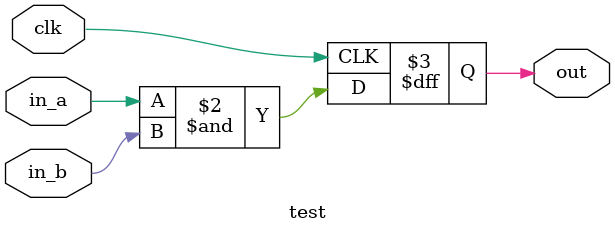
<source format=sv>
module test 
(
    input logic clk,
    input logic in_a, 
    input logic in_b, 
    output logic out
);

always_ff @(posedge clk) begin
    out <= in_a & in_b;
end

endmodule
</source>
